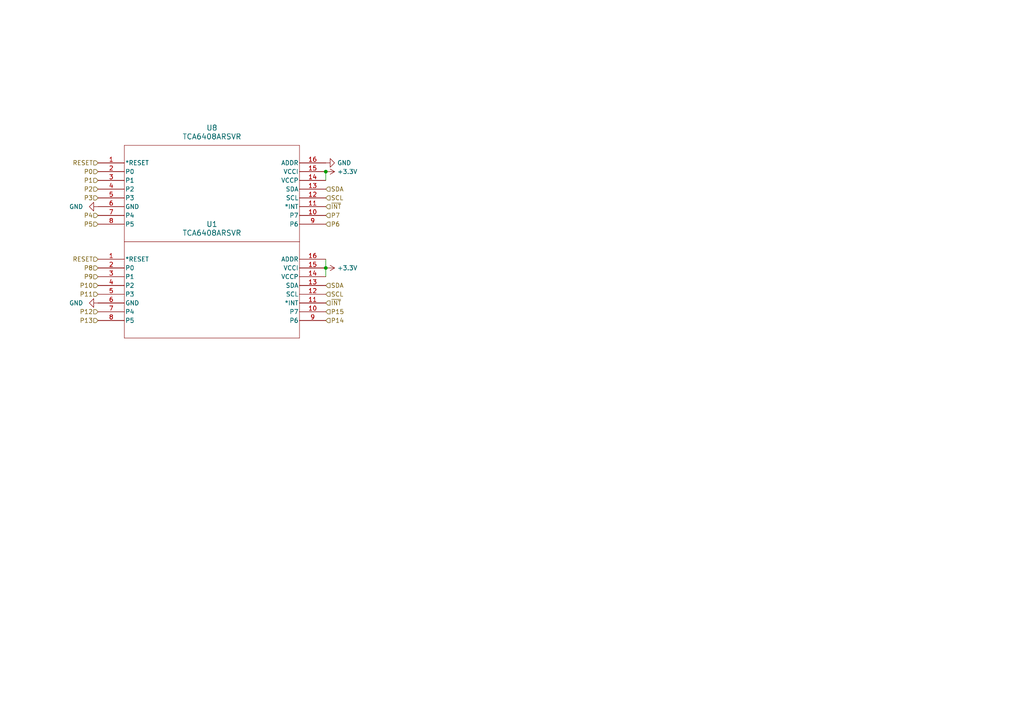
<source format=kicad_sch>
(kicad_sch (version 20230121) (generator eeschema)
  (paper "A4")
  (lib_symbols
    (symbol "2024-01-09_18-37-35:TCA6408ARSVR" (pin_names (offset 0.254))
      (property "Reference" "U" (at 33.02 10.16 0))
      (property "Value" "TCA6408ARSVR" (at 33.02 7.62 0))
      (symbol "TCA6408ARSVR_0_1"
        (polyline (pts (xy 7.62 -22.86) (xy 58.42 -22.86)) (stroke (width 0.127)))
        (polyline (pts (xy 7.62 5.08) (xy 7.62 -22.86)) (stroke (width 0.127)))
        (polyline (pts (xy 58.42 -22.86) (xy 58.42 5.08)) (stroke (width 0.127)))
        (polyline (pts (xy 58.42 5.08) (xy 7.62 5.08)) (stroke (width 0.127)))
        (pin input line (at 0 0 0) (length 7.62) (name "*RESET") (number "1"))
        (pin output line (at 66.04 -15.24 180) (length 7.62) (name "P7") (number "10"))
        (pin output line (at 66.04 -12.7 180) (length 7.62) (name "*INT") (number "11"))
        (pin bidirectional line (at 66.04 -10.16 180) (length 7.62) (name "SCL") (number "12"))
        (pin bidirectional line (at 66.04 -7.62 180) (length 7.62) (name "SDA") (number "13"))
        (pin power_in line (at 66.04 -5.08 180) (length 7.62) (name "VCCP") (number "14"))
        (pin power_in line (at 66.04 -2.54 180) (length 7.62) (name "VCCI") (number "15"))
        (pin unspecified line (at 66.04 0 180) (length 7.62) (name "ADDR") (number "16"))
        (pin output line (at 0 -2.54 0) (length 7.62) (name "P0") (number "2"))
        (pin output line (at 0 -5.08 0) (length 7.62) (name "P1") (number "3"))
        (pin output line (at 0 -7.62 0) (length 7.62) (name "P2") (number "4"))
        (pin output line (at 0 -10.16 0) (length 7.62) (name "P3") (number "5"))
        (pin power_in line (at 0 -12.7 0) (length 7.62) (name "GND") (number "6"))
        (pin output line (at 0 -15.24 0) (length 7.62) (name "P4") (number "7"))
        (pin output line (at 0 -17.78 0) (length 7.62) (name "P5") (number "8"))
        (pin output line (at 66.04 -17.78 180) (length 7.62) (name "P6") (number "9"))
      )
    )
    (symbol "power:+3.3V" (power) (pin_names (offset 0))
      (property "Value" "+3.3V" (at 0 3.556 0))
      (symbol "+3.3V_0_1"
        (polyline (pts (xy -0.762 1.27) (xy 0 2.54)))
        (polyline (pts (xy 0 0) (xy 0 2.54)))
        (polyline (pts (xy 0 2.54) (xy 0.762 1.27)))
      )
      (symbol "+3.3V_1_1"
        (pin power_in line (at 0 0 90) (length 0) hide (name "+3.3V") (number "1"))
      )
    )
    (symbol "power:GND" (power) (pin_names (offset 0))
      (property "Value" "GND" (at 0 -3.81 0))
      (symbol "GND_0_1"
        (polyline (pts (xy 0 0) (xy 0 -1.27) (xy 1.27 -1.27) (xy 0 -2.54) (xy -1.27 -1.27) (xy 0 -1.27)))
      )
      (symbol "GND_1_1"
        (pin power_in line (at 0 0 270) (length 0) hide (name "GND") (number "1"))
      )
    )
  )
  (junction (at 94.488 49.784))
  (junction (at 94.488 77.724))
  (wire (pts (xy 94.488 75.184) (xy 94.488 77.724)))
  (wire (pts (xy 94.488 49.784) (xy 94.488 52.324)))
  (wire (pts (xy 94.488 77.724) (xy 94.488 80.264)))
  (hierarchical_label "P6" (shape input) (at 94.488 65.024 0))
  (hierarchical_label "~{INT}" (shape input) (at 94.488 59.944 0))
  (hierarchical_label "P8" (shape input) (at 28.448 77.724 180))
  (hierarchical_label "P5" (shape input) (at 28.448 65.024 180))
  (hierarchical_label "P12" (shape input) (at 28.448 90.424 180))
  (hierarchical_label "RESET" (shape input) (at 28.448 75.184 180))
  (hierarchical_label "~{INT}" (shape input) (at 94.488 87.884 0))
  (hierarchical_label "P1" (shape input) (at 28.448 52.324 180))
  (hierarchical_label "P10" (shape input) (at 28.448 82.804 180))
  (hierarchical_label "P7" (shape input) (at 94.488 62.484 0))
  (hierarchical_label "SDA" (shape input) (at 94.488 82.804 0))
  (hierarchical_label "P2" (shape input) (at 28.448 54.864 180))
  (hierarchical_label "SCL" (shape input) (at 94.488 57.404 0))
  (hierarchical_label "P15" (shape input) (at 94.488 90.424 0))
  (hierarchical_label "P0" (shape input) (at 28.448 49.784 180))
  (hierarchical_label "P14" (shape input) (at 94.488 92.964 0))
  (hierarchical_label "P13" (shape input) (at 28.448 92.964 180))
  (hierarchical_label "SCL" (shape input) (at 94.488 85.344 0))
  (hierarchical_label "P3" (shape input) (at 28.448 57.404 180))
  (hierarchical_label "P4" (shape input) (at 28.448 62.484 180))
  (hierarchical_label "P11" (shape input) (at 28.448 85.344 180))
  (hierarchical_label "SDA" (shape input) (at 94.488 54.864 0))
  (hierarchical_label "P9" (shape input) (at 28.448 80.264 180))
  (hierarchical_label "RESET" (shape input) (at 28.448 47.244 180))
  (symbol (lib_id "2024-01-09_18-37-35:TCA6408ARSVR") (at 28.448 75.184 0) (unit 1)
    (property "Reference" "U1" (at 61.468 65.024 0) (effects (font (size 1.524 1.524))))
    (property "Value" "TCA6408ARSVR" (at 61.468 67.564 0) (effects (font (size 1.524 1.524))))
    (property "Footprint" "RSV16" (effects hide))
    (property "Datasheet" "TCA6408ARSVR" (effects hide))
  )
  (symbol (lib_id "power:GND") (at 28.448 87.884 270) (unit 1)
    (property "Reference" "#PWR03" (effects hide))
    (property "Value" "GND" (at 24.13 87.884 90) (effects (justify right)))
  )
  (symbol (lib_id "power:GND") (at 28.448 59.944 270) (unit 1)
    (property "Reference" "#PWR023" (effects hide))
    (property "Value" "GND" (at 24.13 59.944 90) (effects (justify right)))
  )
  (symbol (lib_id "power:+3.3V") (at 94.488 77.724 270) (unit 1)
    (property "Reference" "#PWR08" (effects hide))
    (property "Value" "+3.3V" (at 97.79 77.724 90) (effects (justify left)))
  )
  (symbol (lib_id "power:+3.3V") (at 94.488 49.784 270) (unit 1)
    (property "Reference" "#PWR027" (effects hide))
    (property "Value" "+3.3V" (at 97.79 49.784 90) (effects (justify left)))
  )
  (symbol (lib_id "2024-01-09_18-37-35:TCA6408ARSVR") (at 28.448 47.244 0) (unit 1)
    (property "Reference" "U8" (at 61.468 37.084 0) (effects (font (size 1.524 1.524))))
    (property "Value" "TCA6408ARSVR" (at 61.468 39.624 0) (effects (font (size 1.524 1.524))))
    (property "Footprint" "RSV16" (effects hide))
    (property "Datasheet" "TCA6408ARSVR" (effects hide))
  )
  (symbol (lib_id "power:GND") (at 94.488 47.244 90) (unit 1)
    (property "Reference" "#PWR026" (effects hide))
    (property "Value" "GND" (at 97.79 47.244 90) (effects (justify right)))
  )
)
</source>
